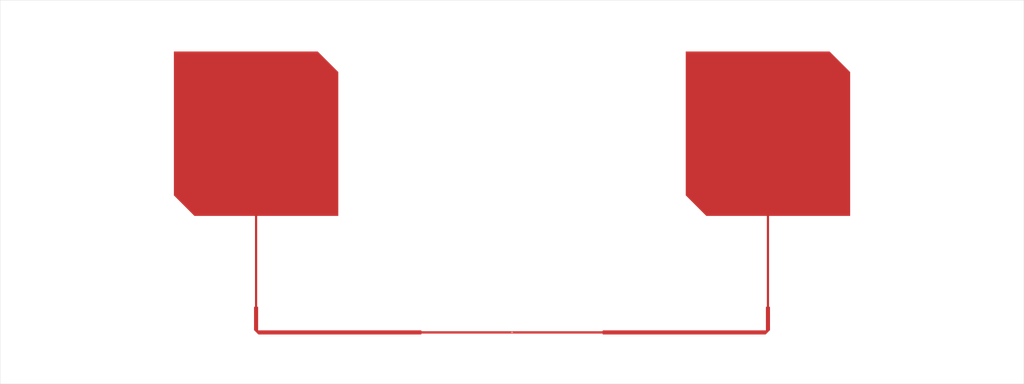
<source format=kicad_pcb>
(kicad_pcb (version 20211014) (generator aperture)

  (general
    (thickness 1.6)
  )

  (paper "A3")
  (title_block
    (title "antenna")
    (comment 1 "Generated by Aperture.py by Daniel Fearn")
    (comment 2 "github.com/cusf/aperture")
  )

  (layers
    (0 "F.Cu" signal)
    (31 "B.Cu" signal)
    (32 "B.Adhes" user "B.Adhesive")
    (33 "F.Adhes" user "F.Adhesive")
    (34 "B.Paste" user)
    (35 "F.Paste" user)
    (36 "B.SilkS" user "B.Silkscreen")
    (37 "F.SilkS" user "F.Silkscreen")
    (38 "B.Mask" user)
    (39 "F.Mask" user)
    (40 "Dwgs.User" user "User.Drawings")
    (41 "Cmts.User" user "User.Comments")
    (42 "Eco1.User" user "User.Eco1")
    (43 "Eco2.User" user "User.Eco2")
    (44 "Edge.Cuts" user)
    (45 "Margin" user)
    (46 "B.CrtYd" user "B.Courtyard")
    (47 "F.CrtYd" user "F.Courtyard")
    (48 "B.Fab" user)
    (49 "F.Fab" user)
    (50 "User.1" user)
    (51 "User.2" user)
    (52 "User.3" user)
    (53 "User.4" user)
    (54 "User.5" user)
    (55 "User.6" user)
    (56 "User.7" user)
    (57 "User.8" user)
    (58 "User.9" user)
  )

  (setup
    (pad_to_mask_clearance 0)
    (pcbplotparams
      (layerselection 0x00010fc_ffffffff)
      (disableapertmacros false)
      (usegerberextensions false)
      (usegerberattributes true)
      (usegerberadvancedattributes true)
      (creategerberjobfile true)
      (svguseinch false)
      (svgprecision 6)
      (excludeedgelayer true)
      (plotframeref false)
      (viasonmask false)
      (mode 1)
      (useauxorigin false)
      (hpglpennumber 1)
      (hpglpenspeed 20)
      (hpglpendiameter 15.000000)
      (dxfpolygonmode true)
      (dxfimperialunits true)
      (dxfusepcbnewfont true)
      (psnegative false)
      (psa4output false)
      (plotreference true)
      (plotvalue true)
      (plotinvisibletext false)
      (sketchpadsonfab false)
      (subtractmaskfromsilk false)
      (outputformat 1)
      (mirror false)
      (drillshape 1)
      (scaleselection 1)
      (outputdirectory "")
    )
  )

  (net 0 "")

    (gr_poly
    (pts
      (xy 245.34383269322396 200.451953125)
      (xy 245.34383269322396 199.203515625)
      (xy 308.9490823764759 199.203515625)
      (xy 308.9490823764759 190)
      (xy 310.1688089389759 190)
      (xy 310.1688089389759 154.596708005118)
      (xy 341.7804557393542 154.596708005118)
      (xy 341.7804557393542 98.53565227633106)
      (xy 333.7717334923846 90.5269300293615)
      (xy 277.7106777635977 90.5269300293615)
      (xy 277.7106777635977 146.58798575814842)
      (xy 285.71940001056726 154.596708005118)
      (xy 309.32232456397594 154.596708005118)
      (xy 309.32232456397594 190)
      (xy 310.54205112647594 190)
      (xy 310.54205112647594 199.10925688501632)
      (xy 308.85482363649226 200.796484375)
      (xy 245.34383269322396 200.796484375)
      (xy 245.34383269322396 199.548046875)
      (xy 174.65616730677604 199.548046875)
      (xy 174.65616730677604 199.203515625)
      (xy 111.05091762352407 199.203515625)
      (xy 111.05091762352407 190)
      (xy 110.67767543602406 190)
      (xy 110.67767543602406 154.596708005118)
      (xy 142.2893222364023 154.596708005118)
      (xy 142.2893222364023 98.53565227633106)
      (xy 134.28059998943274 90.5269300293615)
      (xy 78.21954426064582 90.5269300293615)
      (xy 78.21954426064582 146.58798575814842)
      (xy 86.22826650761539 154.596708005118)
      (xy 109.83119106102407 154.596708005118)
      (xy 109.83119106102407 190)
      (xy 109.45794887352406 190)
      (xy 109.45794887352406 199.10925688501632)
      (xy 111.14517636350774 200.796484375)
      (xy 174.65616730677604 200.796484375)
      (xy 174.65616730677604 200.451953125)
      (xy 210 200.451953125)
      (xy 210 200.3)
      (xy 209.7 200)
      (xy 210 199.7)
      (xy 210.3 200)
      (xy 210 200.3)
      (xy 210 200.451953125)
    )
  (layer "F.Cu") (width 0) (fill solid))(gr_rect (start 10.5 70.5) (end 409.5 220) (layer "Edge.Cuts") (width 0) (fill none))

)
</source>
